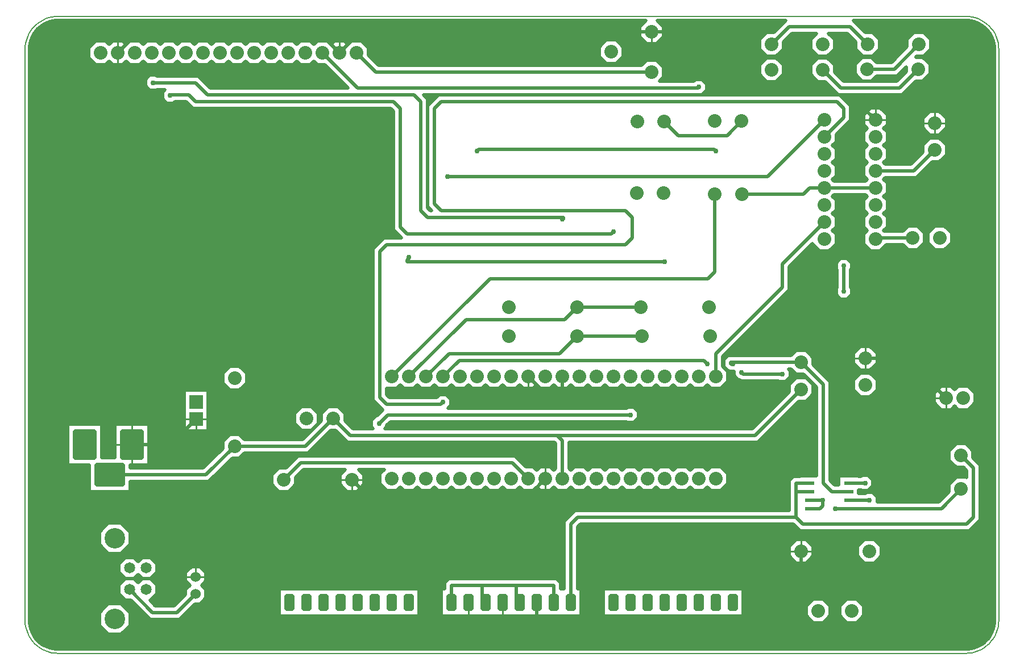
<source format=gbr>
G04 PROTEUS GERBER X2 FILE*
%TF.GenerationSoftware,Labcenter,Proteus,8.5-SP0-Build22067*%
%TF.CreationDate,2019-05-13T12:57:21+00:00*%
%TF.FileFunction,Copper,L1,Top*%
%TF.FilePolarity,Positive*%
%TF.Part,Single*%
%FSLAX45Y45*%
%MOMM*%
G01*
%TA.AperFunction,Conductor*%
%ADD10C,0.508000*%
%TA.AperFunction,ViaPad*%
%ADD11C,0.762000*%
%TA.AperFunction,Conductor*%
%ADD12C,0.254000*%
%TA.AperFunction,ComponentPad*%
%ADD13C,2.032000*%
%AMDIL004*
4,1,8,
-1.778000,1.981200,-1.473200,2.286000,1.473200,2.286000,1.778000,1.981200,1.778000,-1.981200,
1.473200,-2.286000,-1.473200,-2.286000,-1.778000,-1.981200,-1.778000,1.981200,
0*%
%ADD14DIL004*%
%AMDIL005*
4,1,8,
-2.286000,1.473200,-1.981200,1.778000,1.981200,1.778000,2.286000,1.473200,2.286000,-1.473200,
1.981200,-1.778000,-1.981200,-1.778000,-2.286000,-1.473200,-2.286000,1.473200,
0*%
%ADD15DIL005*%
%TA.AperFunction,WasherPad*%
%ADD16C,1.651000*%
%ADD17C,3.048000*%
%AMDIL008*
4,1,8,
-0.762000,0.965200,-0.457200,1.270000,0.457200,1.270000,0.762000,0.965200,0.762000,-0.965200,
0.457200,-1.270000,-0.457200,-1.270000,-0.762000,-0.965200,-0.762000,0.965200,
0*%
%TA.AperFunction,ComponentPad*%
%ADD18DIL008*%
%TA.AperFunction,SMDPad,CuDef*%
%ADD19R,1.397000X0.609600*%
%TA.AperFunction,WasherPad*%
%ADD70C,1.524000*%
%TA.AperFunction,ComponentPad*%
%ADD71R,2.032000X2.032000*%
%TA.AperFunction,Profile*%
%ADD20C,0.203200*%
G36*
X+14045770Y+9434201D02*
X+14089862Y+9427689D01*
X+14132134Y+9417117D01*
X+14172433Y+9402694D01*
X+14210598Y+9384625D01*
X+14246454Y+9363109D01*
X+14279822Y+9338340D01*
X+14310514Y+9310514D01*
X+14338340Y+9279822D01*
X+14363110Y+9246453D01*
X+14384626Y+9210598D01*
X+14402694Y+9172434D01*
X+14417117Y+9132134D01*
X+14427689Y+9089862D01*
X+14434201Y+9045770D01*
X+14436500Y+8998458D01*
X+14436500Y+501542D01*
X+14434201Y+454230D01*
X+14427689Y+410138D01*
X+14417117Y+367866D01*
X+14402694Y+327566D01*
X+14384626Y+289402D01*
X+14363110Y+253547D01*
X+14338340Y+220178D01*
X+14310514Y+189486D01*
X+14279822Y+161660D01*
X+14246454Y+136891D01*
X+14210598Y+115375D01*
X+14172433Y+97306D01*
X+14132134Y+82883D01*
X+14089862Y+72311D01*
X+14045770Y+65799D01*
X+13998458Y+63500D01*
X+501542Y+63500D01*
X+454230Y+65799D01*
X+410138Y+72311D01*
X+367866Y+82883D01*
X+327567Y+97306D01*
X+289402Y+115375D01*
X+253546Y+136891D01*
X+220178Y+161660D01*
X+189486Y+189486D01*
X+161660Y+220178D01*
X+136890Y+253547D01*
X+115374Y+289402D01*
X+97306Y+327566D01*
X+82883Y+367866D01*
X+72311Y+410138D01*
X+65799Y+454230D01*
X+63500Y+501542D01*
X+63500Y+8998458D01*
X+65799Y+9045770D01*
X+72311Y+9089862D01*
X+82883Y+9132134D01*
X+97306Y+9172434D01*
X+115374Y+9210598D01*
X+136890Y+9246453D01*
X+161660Y+9279822D01*
X+189486Y+9310514D01*
X+220178Y+9338340D01*
X+253546Y+9363109D01*
X+289402Y+9384625D01*
X+327567Y+9402694D01*
X+367866Y+9417117D01*
X+410138Y+9427689D01*
X+454230Y+9434201D01*
X+501542Y+9436500D01*
X+9246294Y+9436500D01*
X+9152181Y+9342387D01*
X+9152181Y+9195093D01*
X+9256333Y+9090941D01*
X+9403627Y+9090941D01*
X+9507779Y+9195093D01*
X+9507779Y+9342387D01*
X+9413666Y+9436500D01*
X+11324818Y+9436500D01*
X+11146617Y+9258299D01*
X+11038853Y+9258299D01*
X+10934701Y+9154147D01*
X+10934701Y+9006853D01*
X+11038853Y+8902701D01*
X+11186147Y+8902701D01*
X+11290299Y+9006853D01*
X+11290299Y+9114617D01*
X+11421283Y+9245601D01*
X+11788155Y+9245601D01*
X+11696701Y+9154147D01*
X+11696701Y+9006853D01*
X+11800853Y+8902701D01*
X+11948147Y+8902701D01*
X+12052299Y+9006853D01*
X+12052299Y+9154147D01*
X+11960845Y+9245601D01*
X+12238817Y+9245601D01*
X+12369801Y+9114617D01*
X+12369801Y+9006853D01*
X+12473953Y+8902701D01*
X+12621247Y+8902701D01*
X+12725399Y+9006853D01*
X+12725399Y+9154147D01*
X+12621247Y+9258299D01*
X+12513483Y+9258299D01*
X+12335282Y+9436500D01*
X+13998458Y+9436500D01*
X+14045770Y+9434201D01*
G37*
%LPC*%
G36*
X+5113019Y+9029687D02*
X+5113019Y+8921923D01*
X+5264603Y+8770339D01*
X+9180133Y+8770339D01*
X+9256333Y+8846539D01*
X+9403627Y+8846539D01*
X+9507779Y+8742387D01*
X+9507779Y+8595093D01*
X+9447085Y+8534399D01*
X+9960256Y+8534399D01*
X+9985656Y+8559799D01*
X+10080344Y+8559799D01*
X+10147299Y+8492844D01*
X+10147299Y+8398156D01*
X+10080344Y+8331201D01*
X+5934881Y+8331201D01*
X+5994399Y+8271683D01*
X+5994399Y+6646083D01*
X+6036483Y+6603999D01*
X+6053919Y+6603999D01*
X+5994401Y+6663517D01*
X+5994401Y+8170083D01*
X+6155517Y+8331199D01*
X+12132483Y+8331199D01*
X+12293599Y+8170083D01*
X+12293599Y+7951297D01*
X+12077699Y+7735397D01*
X+12077699Y+7627633D01*
X+12024346Y+7574280D01*
X+12077699Y+7520927D01*
X+12077699Y+7373633D01*
X+12024346Y+7320280D01*
X+12077699Y+7266927D01*
X+12077699Y+7119633D01*
X+12024346Y+7066280D01*
X+12049747Y+7040879D01*
X+12512053Y+7040879D01*
X+12537454Y+7066280D01*
X+12484101Y+7119633D01*
X+12484101Y+7266927D01*
X+12537454Y+7320280D01*
X+12484101Y+7373633D01*
X+12484101Y+7520927D01*
X+12537454Y+7574280D01*
X+12484101Y+7627633D01*
X+12484101Y+7774927D01*
X+12537454Y+7828280D01*
X+12484101Y+7881633D01*
X+12484101Y+8028927D01*
X+12588253Y+8133079D01*
X+12735547Y+8133079D01*
X+12839699Y+8028927D01*
X+12839699Y+7881633D01*
X+12786346Y+7828280D01*
X+12839699Y+7774927D01*
X+12839699Y+7627633D01*
X+12786346Y+7574280D01*
X+12839699Y+7520927D01*
X+12839699Y+7373633D01*
X+12786346Y+7320280D01*
X+12811747Y+7294879D01*
X+13187457Y+7294879D01*
X+13365481Y+7472903D01*
X+13365481Y+7580667D01*
X+13469633Y+7684819D01*
X+13616927Y+7684819D01*
X+13721079Y+7580667D01*
X+13721079Y+7433373D01*
X+13616927Y+7329221D01*
X+13509163Y+7329221D01*
X+13271623Y+7091681D01*
X+12811747Y+7091681D01*
X+12786346Y+7066280D01*
X+12839699Y+7012927D01*
X+12839699Y+6865633D01*
X+12786346Y+6812280D01*
X+12839699Y+6758927D01*
X+12839699Y+6611633D01*
X+12786346Y+6558280D01*
X+12839699Y+6504927D01*
X+12839699Y+6357633D01*
X+12786346Y+6304280D01*
X+12793967Y+6296659D01*
X+13068413Y+6296659D01*
X+13144613Y+6372859D01*
X+13291907Y+6372859D01*
X+13396059Y+6268707D01*
X+13396059Y+6121413D01*
X+13291907Y+6017261D01*
X+13144613Y+6017261D01*
X+13068413Y+6093461D01*
X+12829527Y+6093461D01*
X+12735547Y+5999481D01*
X+12588253Y+5999481D01*
X+12484101Y+6103633D01*
X+12484101Y+6250927D01*
X+12537454Y+6304280D01*
X+12484101Y+6357633D01*
X+12484101Y+6504927D01*
X+12537454Y+6558280D01*
X+12484101Y+6611633D01*
X+12484101Y+6758927D01*
X+12537454Y+6812280D01*
X+12512053Y+6837681D01*
X+12049747Y+6837681D01*
X+12024346Y+6812280D01*
X+12077699Y+6758927D01*
X+12077699Y+6611633D01*
X+12024346Y+6558280D01*
X+12077699Y+6504927D01*
X+12077699Y+6357633D01*
X+12024346Y+6304280D01*
X+12077699Y+6250927D01*
X+12077699Y+6103633D01*
X+11973547Y+5999481D01*
X+11826253Y+5999481D01*
X+11722101Y+6103633D01*
X+11722101Y+6109799D01*
X+11379199Y+5766897D01*
X+11379199Y+5418917D01*
X+10388599Y+4428317D01*
X+10388599Y+4277347D01*
X+10464799Y+4201147D01*
X+10464799Y+4053853D01*
X+10360647Y+3949701D01*
X+10213353Y+3949701D01*
X+10160000Y+4003054D01*
X+10106647Y+3949701D01*
X+9959353Y+3949701D01*
X+9906000Y+4003054D01*
X+9852647Y+3949701D01*
X+9705353Y+3949701D01*
X+9652000Y+4003054D01*
X+9598647Y+3949701D01*
X+9451353Y+3949701D01*
X+9398000Y+4003054D01*
X+9344647Y+3949701D01*
X+9197353Y+3949701D01*
X+9144000Y+4003054D01*
X+9090647Y+3949701D01*
X+8943353Y+3949701D01*
X+8890000Y+4003054D01*
X+8836647Y+3949701D01*
X+8689353Y+3949701D01*
X+8636000Y+4003054D01*
X+8582647Y+3949701D01*
X+8435353Y+3949701D01*
X+8382000Y+4003054D01*
X+8328647Y+3949701D01*
X+8181353Y+3949701D01*
X+8128000Y+4003054D01*
X+8074647Y+3949701D01*
X+7927353Y+3949701D01*
X+7874000Y+4003054D01*
X+7820647Y+3949701D01*
X+7673353Y+3949701D01*
X+7620000Y+4003054D01*
X+7566647Y+3949701D01*
X+7419353Y+3949701D01*
X+7366000Y+4003054D01*
X+7312647Y+3949701D01*
X+7165353Y+3949701D01*
X+7112000Y+4003054D01*
X+7058647Y+3949701D01*
X+6911353Y+3949701D01*
X+6858000Y+4003054D01*
X+6804647Y+3949701D01*
X+6657353Y+3949701D01*
X+6604000Y+4003054D01*
X+6550647Y+3949701D01*
X+6403353Y+3949701D01*
X+6350000Y+4003054D01*
X+6296647Y+3949701D01*
X+6149353Y+3949701D01*
X+6096000Y+4003054D01*
X+6042647Y+3949701D01*
X+5895353Y+3949701D01*
X+5842000Y+4003054D01*
X+5788647Y+3949701D01*
X+5641353Y+3949701D01*
X+5588000Y+4003054D01*
X+5534647Y+3949701D01*
X+5387353Y+3949701D01*
X+5384799Y+3952255D01*
X+5384799Y+3858433D01*
X+5426883Y+3816349D01*
X+6131206Y+3816349D01*
X+6175656Y+3860799D01*
X+6270344Y+3860799D01*
X+6337299Y+3793844D01*
X+6337299Y+3699156D01*
X+6295742Y+3657599D01*
X+8956956Y+3657599D01*
X+8969656Y+3670299D01*
X+9064344Y+3670299D01*
X+9131299Y+3603344D01*
X+9131299Y+3508656D01*
X+9064344Y+3441701D01*
X+8969656Y+3441701D01*
X+8956956Y+3454401D01*
X+5439583Y+3454401D01*
X+5384799Y+3399617D01*
X+5384799Y+3381656D01*
X+5355942Y+3352799D01*
X+10829117Y+3352799D01*
X+11379201Y+3902883D01*
X+11379201Y+4010647D01*
X+11483353Y+4114799D01*
X+11630647Y+4114799D01*
X+11734799Y+4010647D01*
X+11734799Y+3863353D01*
X+11630647Y+3759201D01*
X+11522883Y+3759201D01*
X+10913283Y+3149601D01*
X+8102599Y+3149601D01*
X+8102599Y+2753347D01*
X+8128000Y+2727946D01*
X+8181353Y+2781299D01*
X+8328647Y+2781299D01*
X+8382000Y+2727946D01*
X+8435353Y+2781299D01*
X+8582647Y+2781299D01*
X+8636000Y+2727946D01*
X+8689353Y+2781299D01*
X+8836647Y+2781299D01*
X+8890000Y+2727946D01*
X+8943353Y+2781299D01*
X+9090647Y+2781299D01*
X+9144000Y+2727946D01*
X+9197353Y+2781299D01*
X+9344647Y+2781299D01*
X+9398000Y+2727946D01*
X+9451353Y+2781299D01*
X+9598647Y+2781299D01*
X+9652000Y+2727946D01*
X+9705353Y+2781299D01*
X+9852647Y+2781299D01*
X+9906000Y+2727946D01*
X+9959353Y+2781299D01*
X+10106647Y+2781299D01*
X+10160000Y+2727946D01*
X+10213353Y+2781299D01*
X+10360647Y+2781299D01*
X+10464799Y+2677147D01*
X+10464799Y+2529853D01*
X+10360647Y+2425701D01*
X+10213353Y+2425701D01*
X+10160000Y+2479054D01*
X+10106647Y+2425701D01*
X+9959353Y+2425701D01*
X+9906000Y+2479054D01*
X+9852647Y+2425701D01*
X+9705353Y+2425701D01*
X+9652000Y+2479054D01*
X+9598647Y+2425701D01*
X+9451353Y+2425701D01*
X+9398000Y+2479054D01*
X+9344647Y+2425701D01*
X+9197353Y+2425701D01*
X+9144000Y+2479054D01*
X+9090647Y+2425701D01*
X+8943353Y+2425701D01*
X+8890000Y+2479054D01*
X+8836647Y+2425701D01*
X+8689353Y+2425701D01*
X+8636000Y+2479054D01*
X+8582647Y+2425701D01*
X+8435353Y+2425701D01*
X+8382000Y+2479054D01*
X+8328647Y+2425701D01*
X+8181353Y+2425701D01*
X+8128000Y+2479054D01*
X+8074647Y+2425701D01*
X+7927353Y+2425701D01*
X+7874000Y+2479054D01*
X+7820647Y+2425701D01*
X+7673353Y+2425701D01*
X+7620000Y+2479054D01*
X+7566647Y+2425701D01*
X+7419353Y+2425701D01*
X+7366000Y+2479054D01*
X+7312647Y+2425701D01*
X+7165353Y+2425701D01*
X+7112000Y+2479054D01*
X+7058647Y+2425701D01*
X+6911353Y+2425701D01*
X+6858000Y+2479054D01*
X+6804647Y+2425701D01*
X+6657353Y+2425701D01*
X+6604000Y+2479054D01*
X+6550647Y+2425701D01*
X+6403353Y+2425701D01*
X+6350000Y+2479054D01*
X+6296647Y+2425701D01*
X+6149353Y+2425701D01*
X+6096000Y+2479054D01*
X+6042647Y+2425701D01*
X+5895353Y+2425701D01*
X+5842000Y+2479054D01*
X+5788647Y+2425701D01*
X+5641353Y+2425701D01*
X+5588000Y+2479054D01*
X+5534647Y+2425701D01*
X+5387353Y+2425701D01*
X+5283201Y+2529853D01*
X+5283201Y+2677147D01*
X+5349255Y+2743201D01*
X+4968225Y+2743201D01*
X+5046979Y+2664447D01*
X+5046979Y+2517153D01*
X+4942827Y+2413001D01*
X+4795533Y+2413001D01*
X+4691381Y+2517153D01*
X+4691381Y+2664447D01*
X+4770135Y+2743201D01*
X+4149263Y+2743201D01*
X+4030979Y+2624917D01*
X+4030979Y+2517153D01*
X+3926827Y+2413001D01*
X+3779533Y+2413001D01*
X+3675381Y+2517153D01*
X+3675381Y+2664447D01*
X+3779533Y+2768599D01*
X+3887297Y+2768599D01*
X+4065097Y+2946399D01*
X+7293783Y+2946399D01*
X+7458883Y+2781299D01*
X+7566647Y+2781299D01*
X+7620000Y+2727946D01*
X+7673353Y+2781299D01*
X+7820647Y+2781299D01*
X+7874000Y+2727946D01*
X+7899401Y+2753347D01*
X+7899401Y+3132917D01*
X+7882717Y+3149601D01*
X+4799157Y+3149601D01*
X+4623897Y+3324861D01*
X+4555663Y+3324861D01*
X+4217843Y+2987041D01*
X+3271507Y+2987041D01*
X+3195307Y+2910841D01*
X+3087543Y+2910841D01*
X+2736603Y+2559901D01*
X+1563799Y+2559901D01*
X+1563799Y+2407501D01*
X+954201Y+2407501D01*
X+954201Y+2806701D01*
X+635001Y+2806701D01*
X+635001Y+3416299D01*
X+1142999Y+3416299D01*
X+1142999Y+2915499D01*
X+1335001Y+2915499D01*
X+1335001Y+3416299D01*
X+1842999Y+3416299D01*
X+1842999Y+2806701D01*
X+1563799Y+2806701D01*
X+1563799Y+2763099D01*
X+2652437Y+2763099D01*
X+2943861Y+3054523D01*
X+2943861Y+3162287D01*
X+3048013Y+3266439D01*
X+3195307Y+3266439D01*
X+3271507Y+3190239D01*
X+4133677Y+3190239D01*
X+4411981Y+3468543D01*
X+4411981Y+3576307D01*
X+4516133Y+3680459D01*
X+4663427Y+3680459D01*
X+4767579Y+3576307D01*
X+4767579Y+3468543D01*
X+4883323Y+3352799D01*
X+5185058Y+3352799D01*
X+5156201Y+3381656D01*
X+5156201Y+3476344D01*
X+5223156Y+3543299D01*
X+5241117Y+3543299D01*
X+5326843Y+3629025D01*
X+5181601Y+3774267D01*
X+5181601Y+6036483D01*
X+5342717Y+6197599D01*
X+5603069Y+6197599D01*
X+5486401Y+6314267D01*
X+5486401Y+8085917D01*
X+5444317Y+8128001D01*
X+2497917Y+8128001D01*
X+2396317Y+8229601D01*
X+2231744Y+8229601D01*
X+2206344Y+8204201D01*
X+2111656Y+8204201D01*
X+2044701Y+8271156D01*
X+2044701Y+8365844D01*
X+2086258Y+8407401D01*
X+1965044Y+8407401D01*
X+1952344Y+8394701D01*
X+1857656Y+8394701D01*
X+1790701Y+8461656D01*
X+1790701Y+8556344D01*
X+1857656Y+8623299D01*
X+1952344Y+8623299D01*
X+1965044Y+8610599D01*
X+2582083Y+8610599D01*
X+2759883Y+8432799D01*
X+4806779Y+8432799D01*
X+4461337Y+8778241D01*
X+4353573Y+8778241D01*
X+4300220Y+8831594D01*
X+4246867Y+8778241D01*
X+4099573Y+8778241D01*
X+4046220Y+8831594D01*
X+3992867Y+8778241D01*
X+3845573Y+8778241D01*
X+3792220Y+8831594D01*
X+3738867Y+8778241D01*
X+3591573Y+8778241D01*
X+3538220Y+8831594D01*
X+3484867Y+8778241D01*
X+3337573Y+8778241D01*
X+3284220Y+8831594D01*
X+3230867Y+8778241D01*
X+3083573Y+8778241D01*
X+3030220Y+8831594D01*
X+2976867Y+8778241D01*
X+2829573Y+8778241D01*
X+2776220Y+8831594D01*
X+2722867Y+8778241D01*
X+2575573Y+8778241D01*
X+2522220Y+8831594D01*
X+2468867Y+8778241D01*
X+2321573Y+8778241D01*
X+2268220Y+8831594D01*
X+2214867Y+8778241D01*
X+2067573Y+8778241D01*
X+2014220Y+8831594D01*
X+1960867Y+8778241D01*
X+1813573Y+8778241D01*
X+1760220Y+8831594D01*
X+1706867Y+8778241D01*
X+1559573Y+8778241D01*
X+1506220Y+8831594D01*
X+1452867Y+8778241D01*
X+1305573Y+8778241D01*
X+1252220Y+8831594D01*
X+1198867Y+8778241D01*
X+1051573Y+8778241D01*
X+947421Y+8882393D01*
X+947421Y+9029687D01*
X+1051573Y+9133839D01*
X+1198867Y+9133839D01*
X+1252220Y+9080486D01*
X+1305573Y+9133839D01*
X+1452867Y+9133839D01*
X+1506220Y+9080486D01*
X+1559573Y+9133839D01*
X+1706867Y+9133839D01*
X+1760220Y+9080486D01*
X+1813573Y+9133839D01*
X+1960867Y+9133839D01*
X+2014220Y+9080486D01*
X+2067573Y+9133839D01*
X+2214867Y+9133839D01*
X+2268220Y+9080486D01*
X+2321573Y+9133839D01*
X+2468867Y+9133839D01*
X+2522220Y+9080486D01*
X+2575573Y+9133839D01*
X+2722867Y+9133839D01*
X+2776220Y+9080486D01*
X+2829573Y+9133839D01*
X+2976867Y+9133839D01*
X+3030220Y+9080486D01*
X+3083573Y+9133839D01*
X+3230867Y+9133839D01*
X+3284220Y+9080486D01*
X+3337573Y+9133839D01*
X+3484867Y+9133839D01*
X+3538220Y+9080486D01*
X+3591573Y+9133839D01*
X+3738867Y+9133839D01*
X+3792220Y+9080486D01*
X+3845573Y+9133839D01*
X+3992867Y+9133839D01*
X+4046220Y+9080486D01*
X+4099573Y+9133839D01*
X+4246867Y+9133839D01*
X+4300220Y+9080486D01*
X+4353573Y+9133839D01*
X+4500867Y+9133839D01*
X+4554220Y+9080486D01*
X+4607573Y+9133839D01*
X+4754867Y+9133839D01*
X+4808220Y+9080486D01*
X+4861573Y+9133839D01*
X+5008867Y+9133839D01*
X+5113019Y+9029687D01*
G37*
G36*
X+8907779Y+9042387D02*
X+8907779Y+8895093D01*
X+8803627Y+8790941D01*
X+8656333Y+8790941D01*
X+8552181Y+8895093D01*
X+8552181Y+9042387D01*
X+8656333Y+9146539D01*
X+8803627Y+9146539D01*
X+8907779Y+9042387D01*
G37*
G36*
X+13365481Y+7833373D02*
X+13365481Y+7980667D01*
X+13469633Y+8084819D01*
X+13616927Y+8084819D01*
X+13721079Y+7980667D01*
X+13721079Y+7833373D01*
X+13616927Y+7729221D01*
X+13469633Y+7729221D01*
X+13365481Y+7833373D01*
G37*
G36*
X+11633201Y+561353D02*
X+11633201Y+708647D01*
X+11737353Y+812799D01*
X+11884647Y+812799D01*
X+11988799Y+708647D01*
X+11988799Y+561353D01*
X+11884647Y+457201D01*
X+11737353Y+457201D01*
X+11633201Y+561353D01*
G37*
G36*
X+12133201Y+561353D02*
X+12133201Y+708647D01*
X+12237353Y+812799D01*
X+12384647Y+812799D01*
X+12488799Y+708647D01*
X+12488799Y+561353D01*
X+12384647Y+457201D01*
X+12237353Y+457201D01*
X+12133201Y+561353D01*
G37*
G36*
X+4367579Y+3576307D02*
X+4367579Y+3429013D01*
X+4263427Y+3324861D01*
X+4116133Y+3324861D01*
X+4011981Y+3429013D01*
X+4011981Y+3576307D01*
X+4116133Y+3680459D01*
X+4263427Y+3680459D01*
X+4367579Y+3576307D01*
G37*
G36*
X+11734799Y+4410647D02*
X+11734799Y+4302883D01*
X+11988799Y+4048883D01*
X+11988799Y+2582083D01*
X+12056283Y+2514599D01*
X+12117951Y+2514599D01*
X+12117951Y+2646679D01*
X+12410049Y+2646679D01*
X+12410049Y+2641599D01*
X+12449456Y+2641599D01*
X+12462156Y+2654299D01*
X+12556844Y+2654299D01*
X+12623799Y+2587344D01*
X+12623799Y+2492656D01*
X+12556844Y+2425701D01*
X+12462156Y+2425701D01*
X+12449456Y+2438401D01*
X+12410049Y+2438401D01*
X+12410049Y+2387599D01*
X+12512956Y+2387599D01*
X+12525656Y+2400299D01*
X+12620344Y+2400299D01*
X+12687299Y+2333344D01*
X+12687299Y+2260599D01*
X+13607877Y+2260599D01*
X+13761721Y+2414443D01*
X+13761721Y+2522207D01*
X+13865873Y+2626359D01*
X+14013167Y+2626359D01*
X+14020801Y+2618725D01*
X+14020801Y+2723597D01*
X+13973637Y+2770761D01*
X+13865873Y+2770761D01*
X+13761721Y+2874913D01*
X+13761721Y+3022207D01*
X+13865873Y+3126359D01*
X+14013167Y+3126359D01*
X+14117319Y+3022207D01*
X+14117319Y+2914443D01*
X+14223999Y+2807763D01*
X+14223999Y+1989917D01*
X+14062883Y+1828801D01*
X+11540317Y+1828801D01*
X+11438717Y+1930401D01*
X+8271683Y+1930401D01*
X+8229599Y+1888317D01*
X+8229599Y+965199D01*
X+8280399Y+965199D01*
X+8280399Y+558801D01*
X+6197601Y+558801D01*
X+6197601Y+965199D01*
X+6248401Y+965199D01*
X+6248401Y+1058083D01*
X+6307917Y+1117599D01*
X+7916083Y+1117599D01*
X+7975599Y+1058083D01*
X+7975599Y+965199D01*
X+8026401Y+965199D01*
X+8026401Y+1972483D01*
X+8187517Y+2133599D01*
X+11379201Y+2133599D01*
X+11379201Y+2582083D01*
X+11438717Y+2641599D01*
X+11537951Y+2641599D01*
X+11537951Y+2646679D01*
X+11785601Y+2646679D01*
X+11785601Y+3964717D01*
X+11591117Y+4159201D01*
X+11483353Y+4159201D01*
X+11407153Y+4235401D01*
X+11369442Y+4235401D01*
X+11391899Y+4212944D01*
X+11391899Y+4118256D01*
X+11324944Y+4051301D01*
X+11230256Y+4051301D01*
X+11217556Y+4064001D01*
X+10651317Y+4064001D01*
X+10638617Y+4076701D01*
X+10620656Y+4076701D01*
X+10553701Y+4143656D01*
X+10553701Y+4203701D01*
X+10493656Y+4203701D01*
X+10480956Y+4216401D01*
X+10467167Y+4216401D01*
X+10407651Y+4275917D01*
X+10407651Y+4379083D01*
X+10467167Y+4438599D01*
X+11407153Y+4438599D01*
X+11483353Y+4514799D01*
X+11630647Y+4514799D01*
X+11734799Y+4410647D01*
G37*
G36*
X+13796059Y+6268707D02*
X+13796059Y+6121413D01*
X+13691907Y+6017261D01*
X+13544613Y+6017261D01*
X+13440461Y+6121413D01*
X+13440461Y+6268707D01*
X+13544613Y+6372859D01*
X+13691907Y+6372859D01*
X+13796059Y+6268707D01*
G37*
G36*
X+2692399Y+1206126D02*
X+2692399Y+1079874D01*
X+2628525Y+1016000D01*
X+2692399Y+952126D01*
X+2692399Y+825874D01*
X+2603126Y+736601D01*
X+2531283Y+736601D01*
X+2302683Y+508001D01*
X+1857837Y+508001D01*
X+1572087Y+793751D01*
X+1491264Y+793751D01*
X+1398271Y+886744D01*
X+1398271Y+1018256D01*
X+1491264Y+1111249D01*
X+1622776Y+1111249D01*
X+1681480Y+1052545D01*
X+1740184Y+1111249D01*
X+1871696Y+1111249D01*
X+1964689Y+1018256D01*
X+1964689Y+886744D01*
X+1871696Y+793751D01*
X+1859451Y+793751D01*
X+1942003Y+711199D01*
X+2218517Y+711199D01*
X+2387601Y+880283D01*
X+2387601Y+952126D01*
X+2451475Y+1016000D01*
X+2387601Y+1079874D01*
X+2387601Y+1206126D01*
X+2476874Y+1295399D01*
X+2603126Y+1295399D01*
X+2692399Y+1206126D01*
G37*
G36*
X+1964689Y+1338296D02*
X+1964689Y+1206784D01*
X+1871696Y+1113791D01*
X+1740184Y+1113791D01*
X+1681480Y+1172495D01*
X+1622776Y+1113791D01*
X+1491264Y+1113791D01*
X+1398271Y+1206784D01*
X+1398271Y+1338296D01*
X+1491264Y+1431289D01*
X+1622776Y+1431289D01*
X+1681480Y+1372585D01*
X+1740184Y+1431289D01*
X+1871696Y+1431289D01*
X+1964689Y+1338296D01*
G37*
G36*
X+1104901Y+1619811D02*
X+1104901Y+1809189D01*
X+1238811Y+1943099D01*
X+1428189Y+1943099D01*
X+1562099Y+1809189D01*
X+1562099Y+1619811D01*
X+1428189Y+1485901D01*
X+1238811Y+1485901D01*
X+1104901Y+1619811D01*
G37*
G36*
X+1104901Y+415851D02*
X+1104901Y+605229D01*
X+1238811Y+739139D01*
X+1428189Y+739139D01*
X+1562099Y+605229D01*
X+1562099Y+415851D01*
X+1428189Y+281941D01*
X+1238811Y+281941D01*
X+1104901Y+415851D01*
G37*
G36*
X+12583147Y+3822701D02*
X+12435853Y+3822701D01*
X+12331701Y+3926853D01*
X+12331701Y+4074147D01*
X+12435853Y+4178299D01*
X+12583147Y+4178299D01*
X+12687299Y+4074147D01*
X+12687299Y+3926853D01*
X+12583147Y+3822701D01*
G37*
G36*
X+12583147Y+4222701D02*
X+12435853Y+4222701D01*
X+12331701Y+4326853D01*
X+12331701Y+4474147D01*
X+12435853Y+4578299D01*
X+12583147Y+4578299D01*
X+12687299Y+4474147D01*
X+12687299Y+4326853D01*
X+12583147Y+4222701D01*
G37*
G36*
X+13487399Y+9154147D02*
X+13487399Y+9006853D01*
X+13383247Y+8902701D01*
X+13275483Y+8902701D01*
X+13262781Y+8889999D01*
X+13370547Y+8889999D01*
X+13474699Y+8785847D01*
X+13474699Y+8638553D01*
X+13370547Y+8534401D01*
X+13262783Y+8534401D01*
X+13059583Y+8331201D01*
X+12104197Y+8331201D01*
X+11908617Y+8526781D01*
X+11800853Y+8526781D01*
X+11696701Y+8630933D01*
X+11696701Y+8778227D01*
X+11800853Y+8882379D01*
X+11948147Y+8882379D01*
X+12052299Y+8778227D01*
X+12052299Y+8670463D01*
X+12188363Y+8534399D01*
X+12975417Y+8534399D01*
X+13119101Y+8678083D01*
X+13119101Y+8746319D01*
X+12983383Y+8610601D01*
X+12684747Y+8610601D01*
X+12608547Y+8534401D01*
X+12461253Y+8534401D01*
X+12357101Y+8638553D01*
X+12357101Y+8785847D01*
X+12461253Y+8889999D01*
X+12608547Y+8889999D01*
X+12684747Y+8813799D01*
X+12899217Y+8813799D01*
X+13131801Y+9046383D01*
X+13131801Y+9154147D01*
X+13235953Y+9258299D01*
X+13383247Y+9258299D01*
X+13487399Y+9154147D01*
G37*
G36*
X+10934701Y+8630933D02*
X+10934701Y+8778227D01*
X+11038853Y+8882379D01*
X+11186147Y+8882379D01*
X+11290299Y+8778227D01*
X+11290299Y+8630933D01*
X+11186147Y+8526781D01*
X+11038853Y+8526781D01*
X+10934701Y+8630933D01*
G37*
G36*
X+10693399Y+558801D02*
X+8610601Y+558801D01*
X+8610601Y+965199D01*
X+10693399Y+965199D01*
X+10693399Y+558801D01*
G37*
G36*
X+5867399Y+558801D02*
X+3784601Y+558801D01*
X+3784601Y+965199D01*
X+5867399Y+965199D01*
X+5867399Y+558801D01*
G37*
G36*
X+14147799Y+3883647D02*
X+14147799Y+3736353D01*
X+14043647Y+3632201D01*
X+13896353Y+3632201D01*
X+13843000Y+3685554D01*
X+13789647Y+3632201D01*
X+13642353Y+3632201D01*
X+13538201Y+3736353D01*
X+13538201Y+3883647D01*
X+13642353Y+3987799D01*
X+13789647Y+3987799D01*
X+13843000Y+3934446D01*
X+13896353Y+3987799D01*
X+14043647Y+3987799D01*
X+14147799Y+3883647D01*
G37*
G36*
X+11379201Y+1450353D02*
X+11379201Y+1597647D01*
X+11483353Y+1701799D01*
X+11630647Y+1701799D01*
X+11734799Y+1597647D01*
X+11734799Y+1450353D01*
X+11630647Y+1346201D01*
X+11483353Y+1346201D01*
X+11379201Y+1450353D01*
G37*
G36*
X+12395201Y+1450353D02*
X+12395201Y+1597647D01*
X+12499353Y+1701799D01*
X+12646647Y+1701799D01*
X+12750799Y+1597647D01*
X+12750799Y+1450353D01*
X+12646647Y+1346201D01*
X+12499353Y+1346201D01*
X+12395201Y+1450353D01*
G37*
G36*
X+2725419Y+3568701D02*
X+2725419Y+3314701D01*
X+2369821Y+3314701D01*
X+2369821Y+3924299D01*
X+2725419Y+3924299D01*
X+2725419Y+3568701D01*
G37*
G36*
X+3048013Y+4282439D02*
X+3195307Y+4282439D01*
X+3299459Y+4178287D01*
X+3299459Y+4030993D01*
X+3195307Y+3926841D01*
X+3048013Y+3926841D01*
X+2943861Y+4030993D01*
X+2943861Y+4178287D01*
X+3048013Y+4282439D01*
G37*
G36*
X+12306299Y+5825844D02*
X+12306299Y+5731156D01*
X+12293599Y+5718456D01*
X+12293599Y+5457544D01*
X+12306299Y+5444844D01*
X+12306299Y+5350156D01*
X+12239344Y+5283201D01*
X+12144656Y+5283201D01*
X+12077701Y+5350156D01*
X+12077701Y+5444844D01*
X+12090401Y+5457544D01*
X+12090401Y+5718456D01*
X+12077701Y+5731156D01*
X+12077701Y+5825844D01*
X+12144656Y+5892799D01*
X+12239344Y+5892799D01*
X+12306299Y+5825844D01*
G37*
%LPD*%
D10*
X+3853180Y+2590800D02*
X+4107180Y+2844800D01*
X+7251700Y+2844800D01*
X+7493000Y+2603500D01*
X+10271860Y+6847840D02*
X+10271860Y+5689600D01*
X+10170260Y+5588000D01*
X+6921500Y+5588000D01*
X+5461000Y+4127500D01*
X+12509500Y+2540000D02*
X+12264000Y+2540000D01*
X+12573000Y+2286000D02*
X+12264000Y+2286000D01*
X+2540000Y+889000D02*
X+2260600Y+609600D01*
X+1899920Y+609600D01*
X+1557020Y+952500D01*
X+6286500Y+7112000D02*
X+11056620Y+7112000D01*
X+11899900Y+7955280D01*
X+6223000Y+3746500D02*
X+6191250Y+3714750D01*
X+5384800Y+3714750D01*
X+5283200Y+3816350D01*
X+5283200Y+5994400D01*
X+5384800Y+6096000D01*
X+8940800Y+6096000D01*
X+9042400Y+6197600D01*
X+9042400Y+6502400D01*
X+8940800Y+6604000D01*
X+6197600Y+6604000D01*
X+6096000Y+6705600D01*
X+6096000Y+8128000D01*
X+6197600Y+8229600D01*
X+12090400Y+8229600D01*
X+12192000Y+8128000D01*
X+12192000Y+7993380D01*
X+11899900Y+7701280D01*
X+10287000Y+4127500D02*
X+10287000Y+4470400D01*
X+11277600Y+5461000D01*
X+11277600Y+5808980D01*
X+11899900Y+6431280D01*
X+9525000Y+5842000D02*
X+5689600Y+5842000D01*
X+5689600Y+5867400D01*
X+5715000Y+5892800D01*
X+5715000Y+5905500D01*
X+10033000Y+8445500D02*
X+10020300Y+8432800D01*
X+4950460Y+8432800D01*
X+4427220Y+8956040D01*
X+9017000Y+3556000D02*
X+5397500Y+3556000D01*
X+5270500Y+3429000D01*
X+8763000Y+6286500D02*
X+8731250Y+6254750D01*
X+5689600Y+6254750D01*
X+5588000Y+6356350D01*
X+5588000Y+8128000D01*
X+5486400Y+8229600D01*
X+2540000Y+8229600D01*
X+2438400Y+8331200D01*
X+2171700Y+8331200D01*
X+2159000Y+8318500D01*
X+1905000Y+8509000D02*
X+2540000Y+8509000D01*
X+2717800Y+8331200D01*
X+5791200Y+8331200D01*
X+5892800Y+8229600D01*
X+5892800Y+6604000D01*
X+5994400Y+6502400D01*
X+8013890Y+6502400D01*
X+8013890Y+6477000D01*
X+8001000Y+6477000D01*
X+7874000Y+762000D02*
X+7874000Y+1016000D01*
X+7315200Y+1016000D01*
X+6807200Y+1016000D02*
X+7315200Y+1016000D01*
X+6807200Y+1016000D02*
X+6350000Y+1016000D01*
X+6350000Y+762000D01*
X+7315200Y+914400D02*
X+7315200Y+1016000D01*
X+11557000Y+3937000D02*
X+10871200Y+3251200D01*
X+7924800Y+3251200D01*
X+8001000Y+2603500D02*
X+8001000Y+3175000D01*
X+7924800Y+3251200D01*
X+4935220Y+8956040D02*
X+5222520Y+8668740D01*
X+9329980Y+8668740D01*
X+1259000Y+2661500D02*
X+2694520Y+2661500D01*
X+3121660Y+3088640D01*
X+4589780Y+3502660D02*
X+4841240Y+3251200D01*
X+7924800Y+3251200D01*
X+12264000Y+2159000D02*
X+13649960Y+2159000D01*
X+13939520Y+2448560D01*
X+11899900Y+6939280D02*
X+11684000Y+6939280D01*
X+11592560Y+6847840D01*
X+10671860Y+6847840D01*
X+12661900Y+7193280D02*
X+13229540Y+7193280D01*
X+13543280Y+7507020D01*
X+4589780Y+3502660D02*
X+4175760Y+3088640D01*
X+3121660Y+3088640D01*
X+6807200Y+914400D02*
X+6807200Y+1016000D01*
X+7315200Y+914400D02*
X+7315200Y+863600D01*
X+7366000Y+812800D01*
X+7366000Y+762000D01*
X+6807200Y+914400D02*
X+6807200Y+863600D01*
X+6858000Y+812800D01*
X+6858000Y+762000D01*
X+12661900Y+6177280D02*
X+12679680Y+6195060D01*
X+13218260Y+6195060D01*
X+9519920Y+7932420D02*
X+9730740Y+7721600D01*
X+10452100Y+7721600D01*
X+10668000Y+7937500D01*
X+11112500Y+9080500D02*
X+11379200Y+9347200D01*
X+12280900Y+9347200D01*
X+12547600Y+9080500D01*
X+11899900Y+6939280D02*
X+12661900Y+6939280D01*
X+12264000Y+2159000D02*
X+12065000Y+2159000D01*
X+12534900Y+8712200D02*
X+12941300Y+8712200D01*
X+13309600Y+9080500D01*
X+11277600Y+4165600D02*
X+10693400Y+4165600D01*
X+10668000Y+4191000D01*
X+8216900Y+5161280D02*
X+8034020Y+4978400D01*
X+6565900Y+4978400D01*
X+5715000Y+4127500D01*
X+8216900Y+5161280D02*
X+9169400Y+5161280D01*
X+8216900Y+4729480D02*
X+7957820Y+4470400D01*
X+6311900Y+4470400D01*
X+5969000Y+4127500D01*
X+8216900Y+4729480D02*
X+8534400Y+4729480D01*
X+8536940Y+4726940D01*
X+9187180Y+4726940D01*
X+11480800Y+2413000D02*
X+11480800Y+2540000D01*
X+11684000Y+2540000D01*
X+11480800Y+2413000D02*
X+11684000Y+2413000D01*
X+11480800Y+2032000D02*
X+8229600Y+2032000D01*
X+8128000Y+1930400D01*
X+8128000Y+762000D01*
X+13939520Y+2948560D02*
X+14122400Y+2765680D01*
X+14122400Y+2032000D01*
X+14020800Y+1930400D01*
X+11582400Y+1930400D01*
X+11480800Y+2032000D01*
X+11480800Y+2336800D01*
X+11480800Y+2413000D01*
X+12192000Y+5778500D02*
X+12192000Y+5397500D01*
X+11874500Y+2286000D02*
X+11874500Y+2197100D01*
X+11836400Y+2159000D01*
X+11684000Y+2159000D01*
X+13296900Y+8712200D02*
X+13017500Y+8432800D01*
X+12146280Y+8432800D01*
X+11874500Y+8704580D01*
X+11874500Y+2286000D02*
X+11684000Y+2286000D01*
X+11557000Y+4337000D02*
X+11887200Y+4006800D01*
X+11887200Y+2540000D01*
X+12014200Y+2413000D01*
X+12264000Y+2413000D01*
X+11557000Y+4337000D02*
X+10509250Y+4337000D01*
X+10509250Y+4318000D01*
X+10541000Y+4318000D01*
X+10160000Y+4318000D02*
X+10109200Y+4368800D01*
X+6464300Y+4368800D01*
X+6223000Y+4127500D01*
X+10287000Y+7493000D02*
X+10261600Y+7518400D01*
X+6756400Y+7518400D01*
X+6731000Y+7493000D01*
X+9329980Y+9268740D02*
X+9855200Y+9268740D01*
X+10792740Y+8331200D01*
X+12285980Y+8331200D01*
X+12661900Y+7955280D01*
X+7620000Y+762000D02*
X+7620000Y+508000D01*
X+7721600Y+406400D01*
X+11379200Y+406400D01*
X+11557000Y+584200D01*
X+11557000Y+1524000D01*
X+12509500Y+4400500D02*
X+13125500Y+4400500D01*
X+13716000Y+3810000D01*
X+4681220Y+8956040D02*
X+4493260Y+9144000D01*
X+1567180Y+9144000D01*
X+1379220Y+8956040D01*
X+4681220Y+8956040D02*
X+4993920Y+9268740D01*
X+9329980Y+9268740D01*
X+2547620Y+3492500D02*
X+2166620Y+3111500D01*
X+1589000Y+3111500D01*
X+7747000Y+2603500D02*
X+7378700Y+2235200D01*
X+5224780Y+2235200D01*
X+4869180Y+2590800D01*
X+7493000Y+4127500D02*
X+7759700Y+3860800D01*
X+8001000Y+3860800D01*
X+8001000Y+4127500D01*
D11*
X+12509500Y+2540000D03*
X+12573000Y+2286000D03*
X+6286500Y+7112000D03*
X+6223000Y+3746500D03*
X+5715000Y+5905500D03*
X+9525000Y+5842000D03*
X+10033000Y+8445500D03*
X+5270500Y+3429000D03*
X+9017000Y+3556000D03*
X+2159000Y+8318500D03*
X+8763000Y+6286500D03*
X+8001000Y+6477000D03*
X+1905000Y+8509000D03*
X+12065000Y+2159000D03*
X+10668000Y+4191000D03*
X+11277600Y+4165600D03*
X+12192000Y+5397500D03*
X+12192000Y+5778500D03*
X+11874500Y+2286000D03*
X+10541000Y+4318000D03*
X+10160000Y+4318000D03*
X+6731000Y+7493000D03*
X+10287000Y+7493000D03*
D10*
X+14045770Y+9434201D02*
X+14089862Y+9427689D01*
X+14132134Y+9417117D01*
X+14172433Y+9402694D01*
X+14210598Y+9384625D01*
X+14246454Y+9363109D01*
X+14279822Y+9338340D01*
X+14310514Y+9310514D01*
X+14338340Y+9279822D01*
X+14363110Y+9246453D01*
X+14384626Y+9210598D01*
X+14402694Y+9172434D01*
X+14417117Y+9132134D01*
X+14427689Y+9089862D01*
X+14434201Y+9045770D01*
X+14436500Y+8998458D01*
X+14436500Y+501542D01*
X+14434201Y+454230D01*
X+14427689Y+410138D01*
X+14417117Y+367866D01*
X+14402694Y+327566D01*
X+14384626Y+289402D01*
X+14363110Y+253547D01*
X+14338340Y+220178D01*
X+14310514Y+189486D01*
X+14279822Y+161660D01*
X+14246454Y+136891D01*
X+14210598Y+115375D01*
X+14172433Y+97306D01*
X+14132134Y+82883D01*
X+14089862Y+72311D01*
X+14045770Y+65799D01*
X+13998458Y+63500D01*
X+501542Y+63500D01*
X+454230Y+65799D01*
X+410138Y+72311D01*
X+367866Y+82883D01*
X+327567Y+97306D01*
X+289402Y+115375D01*
X+253546Y+136891D01*
X+220178Y+161660D01*
X+189486Y+189486D01*
X+161660Y+220178D01*
X+136890Y+253547D01*
X+115374Y+289402D01*
X+97306Y+327566D01*
X+82883Y+367866D01*
X+72311Y+410138D01*
X+65799Y+454230D01*
X+63500Y+501542D01*
X+63500Y+8998458D01*
X+65799Y+9045770D01*
X+72311Y+9089862D01*
X+82883Y+9132134D01*
X+97306Y+9172434D01*
X+115374Y+9210598D01*
X+136890Y+9246453D01*
X+161660Y+9279822D01*
X+189486Y+9310514D01*
X+220178Y+9338340D01*
X+253546Y+9363109D01*
X+289402Y+9384625D01*
X+327567Y+9402694D01*
X+367866Y+9417117D01*
X+410138Y+9427689D01*
X+454230Y+9434201D01*
X+501542Y+9436500D01*
X+9246294Y+9436500D01*
X+9152181Y+9342387D01*
X+9152181Y+9195093D01*
X+9256333Y+9090941D01*
X+9403627Y+9090941D01*
X+9507779Y+9195093D01*
X+9507779Y+9342387D01*
X+9413666Y+9436500D01*
X+11324818Y+9436500D01*
X+11146617Y+9258299D01*
X+11038853Y+9258299D01*
X+10934701Y+9154147D01*
X+10934701Y+9006853D01*
X+11038853Y+8902701D01*
X+11186147Y+8902701D01*
X+11290299Y+9006853D01*
X+11290299Y+9114617D01*
X+11421283Y+9245601D01*
X+11788155Y+9245601D01*
X+11696701Y+9154147D01*
X+11696701Y+9006853D01*
X+11800853Y+8902701D01*
X+11948147Y+8902701D01*
X+12052299Y+9006853D01*
X+12052299Y+9154147D01*
X+11960845Y+9245601D01*
X+12238817Y+9245601D01*
X+12369801Y+9114617D01*
X+12369801Y+9006853D01*
X+12473953Y+8902701D01*
X+12621247Y+8902701D01*
X+12725399Y+9006853D01*
X+12725399Y+9154147D01*
X+12621247Y+9258299D01*
X+12513483Y+9258299D01*
X+12335282Y+9436500D01*
X+13998458Y+9436500D01*
X+14045770Y+9434201D01*
X+5113019Y+9029687D02*
X+5113019Y+8921923D01*
X+5264603Y+8770339D01*
X+9180133Y+8770339D01*
X+9256333Y+8846539D01*
X+9403627Y+8846539D01*
X+9507779Y+8742387D01*
X+9507779Y+8595093D01*
X+9447085Y+8534399D01*
X+9960256Y+8534399D01*
X+9985656Y+8559799D01*
X+10080344Y+8559799D01*
X+10147299Y+8492844D01*
X+10147299Y+8398156D01*
X+10080344Y+8331201D01*
X+5934881Y+8331201D01*
X+5994399Y+8271683D01*
X+5994399Y+6646083D01*
X+6036483Y+6603999D01*
X+6053919Y+6603999D01*
X+5994401Y+6663517D01*
X+5994401Y+8170083D01*
X+6155517Y+8331199D01*
X+12132483Y+8331199D01*
X+12293599Y+8170083D01*
X+12293599Y+7951297D01*
X+12077699Y+7735397D01*
X+12077699Y+7627633D01*
X+12024346Y+7574280D01*
X+12077699Y+7520927D01*
X+12077699Y+7373633D01*
X+12024346Y+7320280D01*
X+12077699Y+7266927D01*
X+12077699Y+7119633D01*
X+12024346Y+7066280D01*
X+12049747Y+7040879D01*
X+12512053Y+7040879D01*
X+12537454Y+7066280D01*
X+12484101Y+7119633D01*
X+12484101Y+7266927D01*
X+12537454Y+7320280D01*
X+12484101Y+7373633D01*
X+12484101Y+7520927D01*
X+12537454Y+7574280D01*
X+12484101Y+7627633D01*
X+12484101Y+7774927D01*
X+12537454Y+7828280D01*
X+12484101Y+7881633D01*
X+12484101Y+8028927D01*
X+12588253Y+8133079D01*
X+12735547Y+8133079D01*
X+12839699Y+8028927D01*
X+12839699Y+7881633D01*
X+12786346Y+7828280D01*
X+12839699Y+7774927D01*
X+12839699Y+7627633D01*
X+12786346Y+7574280D01*
X+12839699Y+7520927D01*
X+12839699Y+7373633D01*
X+12786346Y+7320280D01*
X+12811747Y+7294879D01*
X+13187457Y+7294879D01*
X+13365481Y+7472903D01*
X+13365481Y+7580667D01*
X+13469633Y+7684819D01*
X+13616927Y+7684819D01*
X+13721079Y+7580667D01*
X+13721079Y+7433373D01*
X+13616927Y+7329221D01*
X+13509163Y+7329221D01*
X+13271623Y+7091681D01*
X+12811747Y+7091681D01*
X+12786346Y+7066280D01*
X+12839699Y+7012927D01*
X+12839699Y+6865633D01*
X+12786346Y+6812280D01*
X+12839699Y+6758927D01*
X+12839699Y+6611633D01*
X+12786346Y+6558280D01*
X+12839699Y+6504927D01*
X+12839699Y+6357633D01*
X+12786346Y+6304280D01*
X+12793967Y+6296659D01*
X+13068413Y+6296659D01*
X+13144613Y+6372859D01*
X+13291907Y+6372859D01*
X+13396059Y+6268707D01*
X+13396059Y+6121413D01*
X+13291907Y+6017261D01*
X+13144613Y+6017261D01*
X+13068413Y+6093461D01*
X+12829527Y+6093461D01*
X+12735547Y+5999481D01*
X+12588253Y+5999481D01*
X+12484101Y+6103633D01*
X+12484101Y+6250927D01*
X+12537454Y+6304280D01*
X+12484101Y+6357633D01*
X+12484101Y+6504927D01*
X+12537454Y+6558280D01*
X+12484101Y+6611633D01*
X+12484101Y+6758927D01*
X+12537454Y+6812280D01*
X+12512053Y+6837681D01*
X+12049747Y+6837681D01*
X+12024346Y+6812280D01*
X+12077699Y+6758927D01*
X+12077699Y+6611633D01*
X+12024346Y+6558280D01*
X+12077699Y+6504927D01*
X+12077699Y+6357633D01*
X+12024346Y+6304280D01*
X+12077699Y+6250927D01*
X+12077699Y+6103633D01*
X+11973547Y+5999481D01*
X+11826253Y+5999481D01*
X+11722101Y+6103633D01*
X+11722101Y+6109799D01*
X+11379199Y+5766897D01*
X+11379199Y+5418917D01*
X+10388599Y+4428317D01*
X+10388599Y+4277347D01*
X+10464799Y+4201147D01*
X+10464799Y+4053853D01*
X+10360647Y+3949701D01*
X+10213353Y+3949701D01*
X+10160000Y+4003054D01*
X+10106647Y+3949701D01*
X+9959353Y+3949701D01*
X+9906000Y+4003054D01*
X+9852647Y+3949701D01*
X+9705353Y+3949701D01*
X+9652000Y+4003054D01*
X+9598647Y+3949701D01*
X+9451353Y+3949701D01*
X+9398000Y+4003054D01*
X+9344647Y+3949701D01*
X+9197353Y+3949701D01*
X+9144000Y+4003054D01*
X+9090647Y+3949701D01*
X+8943353Y+3949701D01*
X+8890000Y+4003054D01*
X+8836647Y+3949701D01*
X+8689353Y+3949701D01*
X+8636000Y+4003054D01*
X+8582647Y+3949701D01*
X+8435353Y+3949701D01*
X+8382000Y+4003054D01*
X+8328647Y+3949701D01*
X+8181353Y+3949701D01*
X+8128000Y+4003054D01*
X+8074647Y+3949701D01*
X+7927353Y+3949701D01*
X+7874000Y+4003054D01*
X+7820647Y+3949701D01*
X+7673353Y+3949701D01*
X+7620000Y+4003054D01*
X+7566647Y+3949701D01*
X+7419353Y+3949701D01*
X+7366000Y+4003054D01*
X+7312647Y+3949701D01*
X+7165353Y+3949701D01*
X+7112000Y+4003054D01*
X+7058647Y+3949701D01*
X+6911353Y+3949701D01*
X+6858000Y+4003054D01*
X+6804647Y+3949701D01*
X+6657353Y+3949701D01*
X+6604000Y+4003054D01*
X+6550647Y+3949701D01*
X+6403353Y+3949701D01*
X+6350000Y+4003054D01*
X+6296647Y+3949701D01*
X+6149353Y+3949701D01*
X+6096000Y+4003054D01*
X+6042647Y+3949701D01*
X+5895353Y+3949701D01*
X+5842000Y+4003054D01*
X+5788647Y+3949701D01*
X+5641353Y+3949701D01*
X+5588000Y+4003054D01*
X+5534647Y+3949701D01*
X+5387353Y+3949701D01*
X+5384799Y+3952255D01*
X+5384799Y+3858433D01*
X+5426883Y+3816349D01*
X+6131206Y+3816349D01*
X+6175656Y+3860799D01*
X+6270344Y+3860799D01*
X+6337299Y+3793844D01*
X+6337299Y+3699156D01*
X+6295742Y+3657599D01*
X+8956956Y+3657599D01*
X+8969656Y+3670299D01*
X+9064344Y+3670299D01*
X+9131299Y+3603344D01*
X+9131299Y+3508656D01*
X+9064344Y+3441701D01*
X+8969656Y+3441701D01*
X+8956956Y+3454401D01*
X+5439583Y+3454401D01*
X+5384799Y+3399617D01*
X+5384799Y+3381656D01*
X+5355942Y+3352799D01*
X+10829117Y+3352799D01*
X+11379201Y+3902883D01*
X+11379201Y+4010647D01*
X+11483353Y+4114799D01*
X+11630647Y+4114799D01*
X+11734799Y+4010647D01*
X+11734799Y+3863353D01*
X+11630647Y+3759201D01*
X+11522883Y+3759201D01*
X+10913283Y+3149601D01*
X+8102599Y+3149601D01*
X+8102599Y+2753347D01*
X+8128000Y+2727946D01*
X+8181353Y+2781299D01*
X+8328647Y+2781299D01*
X+8382000Y+2727946D01*
X+8435353Y+2781299D01*
X+8582647Y+2781299D01*
X+8636000Y+2727946D01*
X+8689353Y+2781299D01*
X+8836647Y+2781299D01*
X+8890000Y+2727946D01*
X+8943353Y+2781299D01*
X+9090647Y+2781299D01*
X+9144000Y+2727946D01*
X+9197353Y+2781299D01*
X+9344647Y+2781299D01*
X+9398000Y+2727946D01*
X+9451353Y+2781299D01*
X+9598647Y+2781299D01*
X+9652000Y+2727946D01*
X+9705353Y+2781299D01*
X+9852647Y+2781299D01*
X+9906000Y+2727946D01*
X+9959353Y+2781299D01*
X+10106647Y+2781299D01*
X+10160000Y+2727946D01*
X+10213353Y+2781299D01*
X+10360647Y+2781299D01*
X+10464799Y+2677147D01*
X+10464799Y+2529853D01*
X+10360647Y+2425701D01*
X+10213353Y+2425701D01*
X+10160000Y+2479054D01*
X+10106647Y+2425701D01*
X+9959353Y+2425701D01*
X+9906000Y+2479054D01*
X+9852647Y+2425701D01*
X+9705353Y+2425701D01*
X+9652000Y+2479054D01*
X+9598647Y+2425701D01*
X+9451353Y+2425701D01*
X+9398000Y+2479054D01*
X+9344647Y+2425701D01*
X+9197353Y+2425701D01*
X+9144000Y+2479054D01*
X+9090647Y+2425701D01*
X+8943353Y+2425701D01*
X+8890000Y+2479054D01*
X+8836647Y+2425701D01*
X+8689353Y+2425701D01*
X+8636000Y+2479054D01*
X+8582647Y+2425701D01*
X+8435353Y+2425701D01*
X+8382000Y+2479054D01*
X+8328647Y+2425701D01*
X+8181353Y+2425701D01*
X+8128000Y+2479054D01*
X+8074647Y+2425701D01*
X+7927353Y+2425701D01*
X+7874000Y+2479054D01*
X+7820647Y+2425701D01*
X+7673353Y+2425701D01*
X+7620000Y+2479054D01*
X+7566647Y+2425701D01*
X+7419353Y+2425701D01*
X+7366000Y+2479054D01*
X+7312647Y+2425701D01*
X+7165353Y+2425701D01*
X+7112000Y+2479054D01*
X+7058647Y+2425701D01*
X+6911353Y+2425701D01*
X+6858000Y+2479054D01*
X+6804647Y+2425701D01*
X+6657353Y+2425701D01*
X+6604000Y+2479054D01*
X+6550647Y+2425701D01*
X+6403353Y+2425701D01*
X+6350000Y+2479054D01*
X+6296647Y+2425701D01*
X+6149353Y+2425701D01*
X+6096000Y+2479054D01*
X+6042647Y+2425701D01*
X+5895353Y+2425701D01*
X+5842000Y+2479054D01*
X+5788647Y+2425701D01*
X+5641353Y+2425701D01*
X+5588000Y+2479054D01*
X+5534647Y+2425701D01*
X+5387353Y+2425701D01*
X+5283201Y+2529853D01*
X+5283201Y+2677147D01*
X+5349255Y+2743201D01*
X+4968225Y+2743201D01*
X+5046979Y+2664447D01*
X+5046979Y+2517153D01*
X+4942827Y+2413001D01*
X+4795533Y+2413001D01*
X+4691381Y+2517153D01*
X+4691381Y+2664447D01*
X+4770135Y+2743201D01*
X+4149263Y+2743201D01*
X+4030979Y+2624917D01*
X+4030979Y+2517153D01*
X+3926827Y+2413001D01*
X+3779533Y+2413001D01*
X+3675381Y+2517153D01*
X+3675381Y+2664447D01*
X+3779533Y+2768599D01*
X+3887297Y+2768599D01*
X+4065097Y+2946399D01*
X+7293783Y+2946399D01*
X+7458883Y+2781299D01*
X+7566647Y+2781299D01*
X+7620000Y+2727946D01*
X+7673353Y+2781299D01*
X+7820647Y+2781299D01*
X+7874000Y+2727946D01*
X+7899401Y+2753347D01*
X+7899401Y+3132917D01*
X+7882717Y+3149601D01*
X+4799157Y+3149601D01*
X+4623897Y+3324861D01*
X+4555663Y+3324861D01*
X+4217843Y+2987041D01*
X+3271507Y+2987041D01*
X+3195307Y+2910841D01*
X+3087543Y+2910841D01*
X+2736603Y+2559901D01*
X+1563799Y+2559901D01*
X+1563799Y+2407501D01*
X+954201Y+2407501D01*
X+954201Y+2806701D01*
X+635001Y+2806701D01*
X+635001Y+3416299D01*
X+1142999Y+3416299D01*
X+1142999Y+2915499D01*
X+1335001Y+2915499D01*
X+1335001Y+3416299D01*
X+1842999Y+3416299D01*
X+1842999Y+2806701D01*
X+1563799Y+2806701D01*
X+1563799Y+2763099D01*
X+2652437Y+2763099D01*
X+2943861Y+3054523D01*
X+2943861Y+3162287D01*
X+3048013Y+3266439D01*
X+3195307Y+3266439D01*
X+3271507Y+3190239D01*
X+4133677Y+3190239D01*
X+4411981Y+3468543D01*
X+4411981Y+3576307D01*
X+4516133Y+3680459D01*
X+4663427Y+3680459D01*
X+4767579Y+3576307D01*
X+4767579Y+3468543D01*
X+4883323Y+3352799D01*
X+5185058Y+3352799D01*
X+5156201Y+3381656D01*
X+5156201Y+3476344D01*
X+5223156Y+3543299D01*
X+5241117Y+3543299D01*
X+5326843Y+3629025D01*
X+5181601Y+3774267D01*
X+5181601Y+6036483D01*
X+5342717Y+6197599D01*
X+5603069Y+6197599D01*
X+5486401Y+6314267D01*
X+5486401Y+8085917D01*
X+5444317Y+8128001D01*
X+2497917Y+8128001D01*
X+2396317Y+8229601D01*
X+2231744Y+8229601D01*
X+2206344Y+8204201D01*
X+2111656Y+8204201D01*
X+2044701Y+8271156D01*
X+2044701Y+8365844D01*
X+2086258Y+8407401D01*
X+1965044Y+8407401D01*
X+1952344Y+8394701D01*
X+1857656Y+8394701D01*
X+1790701Y+8461656D01*
X+1790701Y+8556344D01*
X+1857656Y+8623299D01*
X+1952344Y+8623299D01*
X+1965044Y+8610599D01*
X+2582083Y+8610599D01*
X+2759883Y+8432799D01*
X+4806779Y+8432799D01*
X+4461337Y+8778241D01*
X+4353573Y+8778241D01*
X+4300220Y+8831594D01*
X+4246867Y+8778241D01*
X+4099573Y+8778241D01*
X+4046220Y+8831594D01*
X+3992867Y+8778241D01*
X+3845573Y+8778241D01*
X+3792220Y+8831594D01*
X+3738867Y+8778241D01*
X+3591573Y+8778241D01*
X+3538220Y+8831594D01*
X+3484867Y+8778241D01*
X+3337573Y+8778241D01*
X+3284220Y+8831594D01*
X+3230867Y+8778241D01*
X+3083573Y+8778241D01*
X+3030220Y+8831594D01*
X+2976867Y+8778241D01*
X+2829573Y+8778241D01*
X+2776220Y+8831594D01*
X+2722867Y+8778241D01*
X+2575573Y+8778241D01*
X+2522220Y+8831594D01*
X+2468867Y+8778241D01*
X+2321573Y+8778241D01*
X+2268220Y+8831594D01*
X+2214867Y+8778241D01*
X+2067573Y+8778241D01*
X+2014220Y+8831594D01*
X+1960867Y+8778241D01*
X+1813573Y+8778241D01*
X+1760220Y+8831594D01*
X+1706867Y+8778241D01*
X+1559573Y+8778241D01*
X+1506220Y+8831594D01*
X+1452867Y+8778241D01*
X+1305573Y+8778241D01*
X+1252220Y+8831594D01*
X+1198867Y+8778241D01*
X+1051573Y+8778241D01*
X+947421Y+8882393D01*
X+947421Y+9029687D01*
X+1051573Y+9133839D01*
X+1198867Y+9133839D01*
X+1252220Y+9080486D01*
X+1305573Y+9133839D01*
X+1452867Y+9133839D01*
X+1506220Y+9080486D01*
X+1559573Y+9133839D01*
X+1706867Y+9133839D01*
X+1760220Y+9080486D01*
X+1813573Y+9133839D01*
X+1960867Y+9133839D01*
X+2014220Y+9080486D01*
X+2067573Y+9133839D01*
X+2214867Y+9133839D01*
X+2268220Y+9080486D01*
X+2321573Y+9133839D01*
X+2468867Y+9133839D01*
X+2522220Y+9080486D01*
X+2575573Y+9133839D01*
X+2722867Y+9133839D01*
X+2776220Y+9080486D01*
X+2829573Y+9133839D01*
X+2976867Y+9133839D01*
X+3030220Y+9080486D01*
X+3083573Y+9133839D01*
X+3230867Y+9133839D01*
X+3284220Y+9080486D01*
X+3337573Y+9133839D01*
X+3484867Y+9133839D01*
X+3538220Y+9080486D01*
X+3591573Y+9133839D01*
X+3738867Y+9133839D01*
X+3792220Y+9080486D01*
X+3845573Y+9133839D01*
X+3992867Y+9133839D01*
X+4046220Y+9080486D01*
X+4099573Y+9133839D01*
X+4246867Y+9133839D01*
X+4300220Y+9080486D01*
X+4353573Y+9133839D01*
X+4500867Y+9133839D01*
X+4554220Y+9080486D01*
X+4607573Y+9133839D01*
X+4754867Y+9133839D01*
X+4808220Y+9080486D01*
X+4861573Y+9133839D01*
X+5008867Y+9133839D01*
X+5113019Y+9029687D01*
X+8907779Y+9042387D02*
X+8907779Y+8895093D01*
X+8803627Y+8790941D01*
X+8656333Y+8790941D01*
X+8552181Y+8895093D01*
X+8552181Y+9042387D01*
X+8656333Y+9146539D01*
X+8803627Y+9146539D01*
X+8907779Y+9042387D01*
X+13365481Y+7833373D02*
X+13365481Y+7980667D01*
X+13469633Y+8084819D01*
X+13616927Y+8084819D01*
X+13721079Y+7980667D01*
X+13721079Y+7833373D01*
X+13616927Y+7729221D01*
X+13469633Y+7729221D01*
X+13365481Y+7833373D01*
X+11633201Y+561353D02*
X+11633201Y+708647D01*
X+11737353Y+812799D01*
X+11884647Y+812799D01*
X+11988799Y+708647D01*
X+11988799Y+561353D01*
X+11884647Y+457201D01*
X+11737353Y+457201D01*
X+11633201Y+561353D01*
X+12133201Y+561353D02*
X+12133201Y+708647D01*
X+12237353Y+812799D01*
X+12384647Y+812799D01*
X+12488799Y+708647D01*
X+12488799Y+561353D01*
X+12384647Y+457201D01*
X+12237353Y+457201D01*
X+12133201Y+561353D01*
X+4367579Y+3576307D02*
X+4367579Y+3429013D01*
X+4263427Y+3324861D01*
X+4116133Y+3324861D01*
X+4011981Y+3429013D01*
X+4011981Y+3576307D01*
X+4116133Y+3680459D01*
X+4263427Y+3680459D01*
X+4367579Y+3576307D01*
X+11734799Y+4410647D02*
X+11734799Y+4302883D01*
X+11988799Y+4048883D01*
X+11988799Y+2582083D01*
X+12056283Y+2514599D01*
X+12117951Y+2514599D01*
X+12117951Y+2646679D01*
X+12410049Y+2646679D01*
X+12410049Y+2641599D01*
X+12449456Y+2641599D01*
X+12462156Y+2654299D01*
X+12556844Y+2654299D01*
X+12623799Y+2587344D01*
X+12623799Y+2492656D01*
X+12556844Y+2425701D01*
X+12462156Y+2425701D01*
X+12449456Y+2438401D01*
X+12410049Y+2438401D01*
X+12410049Y+2387599D01*
X+12512956Y+2387599D01*
X+12525656Y+2400299D01*
X+12620344Y+2400299D01*
X+12687299Y+2333344D01*
X+12687299Y+2260599D01*
X+13607877Y+2260599D01*
X+13761721Y+2414443D01*
X+13761721Y+2522207D01*
X+13865873Y+2626359D01*
X+14013167Y+2626359D01*
X+14020801Y+2618725D01*
X+14020801Y+2723597D01*
X+13973637Y+2770761D01*
X+13865873Y+2770761D01*
X+13761721Y+2874913D01*
X+13761721Y+3022207D01*
X+13865873Y+3126359D01*
X+14013167Y+3126359D01*
X+14117319Y+3022207D01*
X+14117319Y+2914443D01*
X+14223999Y+2807763D01*
X+14223999Y+1989917D01*
X+14062883Y+1828801D01*
X+11540317Y+1828801D01*
X+11438717Y+1930401D01*
X+8271683Y+1930401D01*
X+8229599Y+1888317D01*
X+8229599Y+965199D01*
X+8280399Y+965199D01*
X+8280399Y+558801D01*
X+6197601Y+558801D01*
X+6197601Y+965199D01*
X+6248401Y+965199D01*
X+6248401Y+1058083D01*
X+6307917Y+1117599D01*
X+7916083Y+1117599D01*
X+7975599Y+1058083D01*
X+7975599Y+965199D01*
X+8026401Y+965199D01*
X+8026401Y+1972483D01*
X+8187517Y+2133599D01*
X+11379201Y+2133599D01*
X+11379201Y+2582083D01*
X+11438717Y+2641599D01*
X+11537951Y+2641599D01*
X+11537951Y+2646679D01*
X+11785601Y+2646679D01*
X+11785601Y+3964717D01*
X+11591117Y+4159201D01*
X+11483353Y+4159201D01*
X+11407153Y+4235401D01*
X+11369442Y+4235401D01*
X+11391899Y+4212944D01*
X+11391899Y+4118256D01*
X+11324944Y+4051301D01*
X+11230256Y+4051301D01*
X+11217556Y+4064001D01*
X+10651317Y+4064001D01*
X+10638617Y+4076701D01*
X+10620656Y+4076701D01*
X+10553701Y+4143656D01*
X+10553701Y+4203701D01*
X+10493656Y+4203701D01*
X+10480956Y+4216401D01*
X+10467167Y+4216401D01*
X+10407651Y+4275917D01*
X+10407651Y+4379083D01*
X+10467167Y+4438599D01*
X+11407153Y+4438599D01*
X+11483353Y+4514799D01*
X+11630647Y+4514799D01*
X+11734799Y+4410647D01*
X+13796059Y+6268707D02*
X+13796059Y+6121413D01*
X+13691907Y+6017261D01*
X+13544613Y+6017261D01*
X+13440461Y+6121413D01*
X+13440461Y+6268707D01*
X+13544613Y+6372859D01*
X+13691907Y+6372859D01*
X+13796059Y+6268707D01*
X+2692399Y+1206126D02*
X+2692399Y+1079874D01*
X+2628525Y+1016000D01*
X+2692399Y+952126D01*
X+2692399Y+825874D01*
X+2603126Y+736601D01*
X+2531283Y+736601D01*
X+2302683Y+508001D01*
X+1857837Y+508001D01*
X+1572087Y+793751D01*
X+1491264Y+793751D01*
X+1398271Y+886744D01*
X+1398271Y+1018256D01*
X+1491264Y+1111249D01*
X+1622776Y+1111249D01*
X+1681480Y+1052545D01*
X+1740184Y+1111249D01*
X+1871696Y+1111249D01*
X+1964689Y+1018256D01*
X+1964689Y+886744D01*
X+1871696Y+793751D01*
X+1859451Y+793751D01*
X+1942003Y+711199D01*
X+2218517Y+711199D01*
X+2387601Y+880283D01*
X+2387601Y+952126D01*
X+2451475Y+1016000D01*
X+2387601Y+1079874D01*
X+2387601Y+1206126D01*
X+2476874Y+1295399D01*
X+2603126Y+1295399D01*
X+2692399Y+1206126D01*
X+1964689Y+1338296D02*
X+1964689Y+1206784D01*
X+1871696Y+1113791D01*
X+1740184Y+1113791D01*
X+1681480Y+1172495D01*
X+1622776Y+1113791D01*
X+1491264Y+1113791D01*
X+1398271Y+1206784D01*
X+1398271Y+1338296D01*
X+1491264Y+1431289D01*
X+1622776Y+1431289D01*
X+1681480Y+1372585D01*
X+1740184Y+1431289D01*
X+1871696Y+1431289D01*
X+1964689Y+1338296D01*
X+1104901Y+1619811D02*
X+1104901Y+1809189D01*
X+1238811Y+1943099D01*
X+1428189Y+1943099D01*
X+1562099Y+1809189D01*
X+1562099Y+1619811D01*
X+1428189Y+1485901D01*
X+1238811Y+1485901D01*
X+1104901Y+1619811D01*
X+1104901Y+415851D02*
X+1104901Y+605229D01*
X+1238811Y+739139D01*
X+1428189Y+739139D01*
X+1562099Y+605229D01*
X+1562099Y+415851D01*
X+1428189Y+281941D01*
X+1238811Y+281941D01*
X+1104901Y+415851D01*
X+12583147Y+3822701D02*
X+12435853Y+3822701D01*
X+12331701Y+3926853D01*
X+12331701Y+4074147D01*
X+12435853Y+4178299D01*
X+12583147Y+4178299D01*
X+12687299Y+4074147D01*
X+12687299Y+3926853D01*
X+12583147Y+3822701D01*
X+12583147Y+4222701D02*
X+12435853Y+4222701D01*
X+12331701Y+4326853D01*
X+12331701Y+4474147D01*
X+12435853Y+4578299D01*
X+12583147Y+4578299D01*
X+12687299Y+4474147D01*
X+12687299Y+4326853D01*
X+12583147Y+4222701D01*
X+13487399Y+9154147D02*
X+13487399Y+9006853D01*
X+13383247Y+8902701D01*
X+13275483Y+8902701D01*
X+13262781Y+8889999D01*
X+13370547Y+8889999D01*
X+13474699Y+8785847D01*
X+13474699Y+8638553D01*
X+13370547Y+8534401D01*
X+13262783Y+8534401D01*
X+13059583Y+8331201D01*
X+12104197Y+8331201D01*
X+11908617Y+8526781D01*
X+11800853Y+8526781D01*
X+11696701Y+8630933D01*
X+11696701Y+8778227D01*
X+11800853Y+8882379D01*
X+11948147Y+8882379D01*
X+12052299Y+8778227D01*
X+12052299Y+8670463D01*
X+12188363Y+8534399D01*
X+12975417Y+8534399D01*
X+13119101Y+8678083D01*
X+13119101Y+8746319D01*
X+12983383Y+8610601D01*
X+12684747Y+8610601D01*
X+12608547Y+8534401D01*
X+12461253Y+8534401D01*
X+12357101Y+8638553D01*
X+12357101Y+8785847D01*
X+12461253Y+8889999D01*
X+12608547Y+8889999D01*
X+12684747Y+8813799D01*
X+12899217Y+8813799D01*
X+13131801Y+9046383D01*
X+13131801Y+9154147D01*
X+13235953Y+9258299D01*
X+13383247Y+9258299D01*
X+13487399Y+9154147D01*
X+10934701Y+8630933D02*
X+10934701Y+8778227D01*
X+11038853Y+8882379D01*
X+11186147Y+8882379D01*
X+11290299Y+8778227D01*
X+11290299Y+8630933D01*
X+11186147Y+8526781D01*
X+11038853Y+8526781D01*
X+10934701Y+8630933D01*
X+10693399Y+558801D02*
X+8610601Y+558801D01*
X+8610601Y+965199D01*
X+10693399Y+965199D01*
X+10693399Y+558801D01*
X+5867399Y+558801D02*
X+3784601Y+558801D01*
X+3784601Y+965199D01*
X+5867399Y+965199D01*
X+5867399Y+558801D01*
X+14147799Y+3883647D02*
X+14147799Y+3736353D01*
X+14043647Y+3632201D01*
X+13896353Y+3632201D01*
X+13843000Y+3685554D01*
X+13789647Y+3632201D01*
X+13642353Y+3632201D01*
X+13538201Y+3736353D01*
X+13538201Y+3883647D01*
X+13642353Y+3987799D01*
X+13789647Y+3987799D01*
X+13843000Y+3934446D01*
X+13896353Y+3987799D01*
X+14043647Y+3987799D01*
X+14147799Y+3883647D01*
X+11379201Y+1450353D02*
X+11379201Y+1597647D01*
X+11483353Y+1701799D01*
X+11630647Y+1701799D01*
X+11734799Y+1597647D01*
X+11734799Y+1450353D01*
X+11630647Y+1346201D01*
X+11483353Y+1346201D01*
X+11379201Y+1450353D01*
X+12395201Y+1450353D02*
X+12395201Y+1597647D01*
X+12499353Y+1701799D01*
X+12646647Y+1701799D01*
X+12750799Y+1597647D01*
X+12750799Y+1450353D01*
X+12646647Y+1346201D01*
X+12499353Y+1346201D01*
X+12395201Y+1450353D01*
X+2725419Y+3568701D02*
X+2725419Y+3314701D01*
X+2369821Y+3314701D01*
X+2369821Y+3924299D01*
X+2725419Y+3924299D01*
X+2725419Y+3568701D01*
X+3048013Y+4282439D02*
X+3195307Y+4282439D01*
X+3299459Y+4178287D01*
X+3299459Y+4030993D01*
X+3195307Y+3926841D01*
X+3048013Y+3926841D01*
X+2943861Y+4030993D01*
X+2943861Y+4178287D01*
X+3048013Y+4282439D01*
X+12306299Y+5825844D02*
X+12306299Y+5731156D01*
X+12293599Y+5718456D01*
X+12293599Y+5457544D01*
X+12306299Y+5444844D01*
X+12306299Y+5350156D01*
X+12239344Y+5283201D01*
X+12144656Y+5283201D01*
X+12077701Y+5350156D01*
X+12077701Y+5444844D01*
X+12090401Y+5457544D01*
X+12090401Y+5718456D01*
X+12077701Y+5731156D01*
X+12077701Y+5825844D01*
X+12144656Y+5892799D01*
X+12239344Y+5892799D01*
X+12306299Y+5825844D01*
D12*
X+1379220Y+8778241D02*
X+1379220Y+8956040D01*
X+1379220Y+9133839D02*
X+1379220Y+8956040D01*
X+4681220Y+9133839D02*
X+4681220Y+8956040D01*
X+7747000Y+2425701D02*
X+7747000Y+2603500D01*
X+7747000Y+2781299D02*
X+7747000Y+2603500D01*
X+8001000Y+3949701D02*
X+8001000Y+4127500D01*
X+7493000Y+3949701D02*
X+7493000Y+4127500D01*
X+9507779Y+9268740D02*
X+9329980Y+9268740D01*
X+9152181Y+9268740D02*
X+9329980Y+9268740D01*
X+9329980Y+9090941D02*
X+9329980Y+9268740D01*
X+1842999Y+3111500D02*
X+1589000Y+3111500D01*
X+1335001Y+3111500D02*
X+1589000Y+3111500D01*
X+1589000Y+3416299D02*
X+1589000Y+3111500D01*
X+1589000Y+2806701D02*
X+1589000Y+3111500D01*
X+13365481Y+7907020D02*
X+13543280Y+7907020D01*
X+13721079Y+7907020D02*
X+13543280Y+7907020D01*
X+13543280Y+7729221D02*
X+13543280Y+7907020D01*
X+13543280Y+8084819D02*
X+13543280Y+7907020D01*
X+12661900Y+8133079D02*
X+12661900Y+7955280D01*
X+12484101Y+7955280D02*
X+12661900Y+7955280D01*
X+12839699Y+7955280D02*
X+12661900Y+7955280D01*
X+4691381Y+2590800D02*
X+4869180Y+2590800D01*
X+5046979Y+2590800D02*
X+4869180Y+2590800D01*
X+4869180Y+2413001D02*
X+4869180Y+2590800D01*
X+12509500Y+4222701D02*
X+12509500Y+4400500D01*
X+12509500Y+4578299D02*
X+12509500Y+4400500D01*
X+12687299Y+4400500D02*
X+12509500Y+4400500D01*
X+12331701Y+4400500D02*
X+12509500Y+4400500D01*
X+6604000Y+558801D02*
X+6604000Y+762000D01*
X+7112000Y+558801D02*
X+7112000Y+762000D01*
X+7620000Y+558801D02*
X+7620000Y+762000D01*
X+13538201Y+3810000D02*
X+13716000Y+3810000D01*
X+13716000Y+3632201D02*
X+13716000Y+3810000D01*
X+13716000Y+3987799D02*
X+13716000Y+3810000D01*
X+2540000Y+1295399D02*
X+2540000Y+1143000D01*
X+2387601Y+1143000D02*
X+2540000Y+1143000D01*
X+2692399Y+1143000D02*
X+2540000Y+1143000D01*
X+11379201Y+1524000D02*
X+11557000Y+1524000D01*
X+11734799Y+1524000D02*
X+11557000Y+1524000D01*
X+11557000Y+1346201D02*
X+11557000Y+1524000D01*
X+11557000Y+1701799D02*
X+11557000Y+1524000D01*
X+2547620Y+3314701D02*
X+2547620Y+3492500D01*
X+2725419Y+3492500D02*
X+2547620Y+3492500D01*
X+2369821Y+3492500D02*
X+2547620Y+3492500D01*
D13*
X+1125220Y+8956040D03*
X+1379220Y+8956040D03*
X+1633220Y+8956040D03*
X+1887220Y+8956040D03*
X+2141220Y+8956040D03*
X+2395220Y+8956040D03*
X+2649220Y+8956040D03*
X+2903220Y+8956040D03*
X+3157220Y+8956040D03*
X+3411220Y+8956040D03*
X+3665220Y+8956040D03*
X+3919220Y+8956040D03*
X+4173220Y+8956040D03*
X+4427220Y+8956040D03*
X+4681220Y+8956040D03*
X+4935220Y+8956040D03*
X+5461000Y+2603500D03*
X+5715000Y+2603500D03*
X+5969000Y+2603500D03*
X+6223000Y+2603500D03*
X+6477000Y+2603500D03*
X+6731000Y+2603500D03*
X+6985000Y+2603500D03*
X+7239000Y+2603500D03*
X+7493000Y+2603500D03*
X+7747000Y+2603500D03*
X+8001000Y+2603500D03*
X+8255000Y+2603500D03*
X+8509000Y+2603500D03*
X+8763000Y+2603500D03*
X+9017000Y+2603500D03*
X+9271000Y+2603500D03*
X+9525000Y+2603500D03*
X+9779000Y+2603500D03*
X+10033000Y+2603500D03*
X+10287000Y+2603500D03*
X+10287000Y+4127500D03*
X+10033000Y+4127500D03*
X+9779000Y+4127500D03*
X+9525000Y+4127500D03*
X+9271000Y+4127500D03*
X+9017000Y+4127500D03*
X+8763000Y+4127500D03*
X+8509000Y+4127500D03*
X+8255000Y+4127500D03*
X+8001000Y+4127500D03*
X+7747000Y+4127500D03*
X+7493000Y+4127500D03*
X+7239000Y+4127500D03*
X+6985000Y+4127500D03*
X+6731000Y+4127500D03*
X+6477000Y+4127500D03*
X+6223000Y+4127500D03*
X+5969000Y+4127500D03*
X+5715000Y+4127500D03*
X+5461000Y+4127500D03*
X+9329980Y+8668740D03*
X+8729980Y+8968740D03*
X+9329980Y+9268740D03*
X+9169400Y+5161280D03*
X+10185400Y+5161280D03*
X+7200900Y+5161280D03*
X+8216900Y+5161280D03*
D14*
X+1589000Y+3111500D03*
D15*
X+1259000Y+2661500D03*
D14*
X+889000Y+3111500D03*
D13*
X+13543280Y+7907020D03*
X+13543280Y+7507020D03*
X+11899900Y+7955280D03*
X+11899900Y+7701280D03*
X+11899900Y+7447280D03*
X+11899900Y+7193280D03*
X+11899900Y+6939280D03*
X+11899900Y+6685280D03*
X+11899900Y+6431280D03*
X+11899900Y+6177280D03*
X+12661900Y+6177280D03*
X+12661900Y+6431280D03*
X+12661900Y+6685280D03*
X+12661900Y+6939280D03*
X+12661900Y+7193280D03*
X+12661900Y+7447280D03*
X+12661900Y+7701280D03*
X+12661900Y+7955280D03*
X+3853180Y+2590800D03*
X+4869180Y+2590800D03*
X+9187180Y+4726940D03*
X+10203180Y+4726940D03*
X+7200900Y+4729480D03*
X+8216900Y+4729480D03*
X+11811000Y+635000D03*
X+12311000Y+635000D03*
X+4589780Y+3502660D03*
X+4189780Y+3502660D03*
X+10671860Y+6847840D03*
X+10271860Y+6847840D03*
X+13939520Y+2448560D03*
X+13939520Y+2948560D03*
X+13618260Y+6195060D03*
X+13218260Y+6195060D03*
X+9509660Y+6863080D03*
X+9109660Y+6863080D03*
X+9519920Y+7932420D03*
X+9119920Y+7932420D03*
X+10668000Y+7937500D03*
X+10268000Y+7937500D03*
D16*
X+1805940Y+952500D03*
X+1805940Y+1272540D03*
X+1557020Y+1272540D03*
X+1557020Y+952500D03*
D17*
X+1333500Y+1714500D03*
X+1333500Y+510540D03*
D13*
X+11557000Y+3937000D03*
X+11557000Y+4337000D03*
X+12509500Y+4000500D03*
X+12509500Y+4400500D03*
X+11112500Y+9080500D03*
X+11874500Y+9080500D03*
X+12547600Y+9080500D03*
X+13309600Y+9080500D03*
X+12534900Y+8712200D03*
X+13296900Y+8712200D03*
X+11112500Y+8704580D03*
X+11874500Y+8704580D03*
D18*
X+6350000Y+762000D03*
X+6604000Y+762000D03*
X+6858000Y+762000D03*
X+7112000Y+762000D03*
X+7366000Y+762000D03*
X+7620000Y+762000D03*
X+7874000Y+762000D03*
X+8128000Y+762000D03*
X+8763000Y+762000D03*
X+9017000Y+762000D03*
X+9271000Y+762000D03*
X+9525000Y+762000D03*
X+9779000Y+762000D03*
X+10033000Y+762000D03*
X+10287000Y+762000D03*
X+10541000Y+762000D03*
X+3937000Y+762000D03*
X+4191000Y+762000D03*
X+4445000Y+762000D03*
X+4699000Y+762000D03*
X+4953000Y+762000D03*
X+5207000Y+762000D03*
X+5461000Y+762000D03*
X+5715000Y+762000D03*
D13*
X+13970000Y+3810000D03*
X+13716000Y+3810000D03*
D19*
X+11684000Y+2540000D03*
X+11684000Y+2413000D03*
X+11684000Y+2286000D03*
X+11684000Y+2159000D03*
X+12264000Y+2159000D03*
X+12264000Y+2286000D03*
X+12264000Y+2413000D03*
X+12264000Y+2540000D03*
D70*
X+2540000Y+1143000D03*
X+2540000Y+889000D03*
D13*
X+11557000Y+1524000D03*
X+12573000Y+1524000D03*
D71*
X+2547620Y+3492500D03*
X+2547620Y+3746500D03*
D13*
X+3121660Y+4104640D03*
X+3121660Y+3088640D03*
D20*
X+0Y+500000D02*
X+0Y+9000000D01*
X+14500000Y+500000D02*
X+14500000Y+9000000D01*
X+14000000Y+0D02*
X+500000Y+0D01*
X+14000000Y+9500000D02*
X+500000Y+9500000D01*
X+0Y+9000000D02*
X+2525Y+9051964D01*
X+9949Y+9102234D01*
X+22041Y+9150581D01*
X+38574Y+9196777D01*
X+59318Y+9240593D01*
X+84045Y+9281799D01*
X+112526Y+9320168D01*
X+144531Y+9355469D01*
X+179832Y+9387474D01*
X+218201Y+9415955D01*
X+259407Y+9440681D01*
X+303223Y+9461426D01*
X+349419Y+9477959D01*
X+397766Y+9490051D01*
X+448036Y+9497475D01*
X+500000Y+9500000D01*
X+14500000Y+9000000D02*
X+14497475Y+9051964D01*
X+14490051Y+9102234D01*
X+14477959Y+9150581D01*
X+14461426Y+9196777D01*
X+14440682Y+9240593D01*
X+14415955Y+9281799D01*
X+14387474Y+9320168D01*
X+14355469Y+9355469D01*
X+14320168Y+9387474D01*
X+14281799Y+9415955D01*
X+14240593Y+9440681D01*
X+14196777Y+9461426D01*
X+14150581Y+9477959D01*
X+14102234Y+9490051D01*
X+14051964Y+9497475D01*
X+14000000Y+9500000D01*
X+14500000Y+500000D02*
X+14497475Y+448036D01*
X+14490051Y+397766D01*
X+14477959Y+349419D01*
X+14461426Y+303223D01*
X+14440682Y+259407D01*
X+14415955Y+218201D01*
X+14387474Y+179832D01*
X+14355469Y+144531D01*
X+14320168Y+112526D01*
X+14281799Y+84045D01*
X+14240593Y+59319D01*
X+14196777Y+38574D01*
X+14150581Y+22041D01*
X+14102234Y+9949D01*
X+14051964Y+2525D01*
X+14000000Y+0D01*
X+0Y+500000D02*
X+2525Y+448036D01*
X+9949Y+397766D01*
X+22041Y+349419D01*
X+38574Y+303223D01*
X+59318Y+259407D01*
X+84045Y+218201D01*
X+112526Y+179832D01*
X+144531Y+144531D01*
X+179832Y+112526D01*
X+218201Y+84045D01*
X+259407Y+59319D01*
X+303223Y+38574D01*
X+349419Y+22041D01*
X+397766Y+9949D01*
X+448036Y+2525D01*
X+500000Y+0D01*
M02*

</source>
